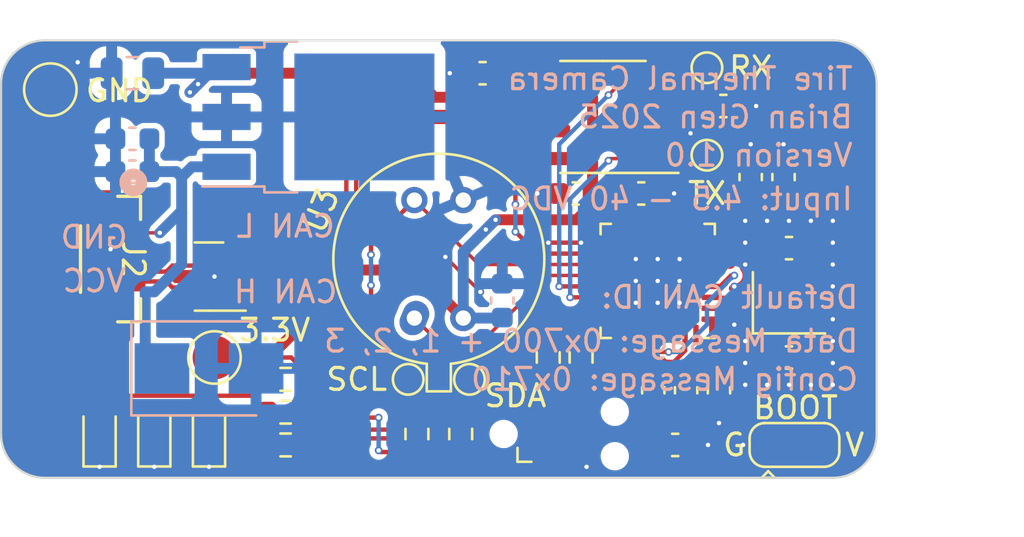
<source format=kicad_pcb>
(kicad_pcb (version 20241229) (generator "pcbnew") (generator_version "9.0")
  (layers (0 "F.Cu" signal) (2 "B.Cu" signal) (13 "F.Paste" user) (15 "B.Paste" user) (5 "F.SilkS" user "F.Silkscreen") (7 "B.SilkS" user "B.Silkscreen") (1 "F.Mask" user) (3 "B.Mask" user) (25 "Edge.Cuts" user))
  (net 0 "")
  (net 1 "+3V3")
  (net 2 "GND")
  (net 3 "/NRST")
  (net 4 "VCC")
  (net 5 "/OSC_IN")
  (net 6 "/OSC_OUT")
  (net 7 "Net-(D2-A)")
  (net 8 "Net-(D3-A)")
  (net 9 "Net-(D4-A)")
  (net 10 "/CAN_N")
  (net 11 "/CAN_P")
  (net 12 "Net-(J1-Pin_4)")
  (net 13 "Net-(J1-Pin_2)")
  (net 15 "/BOOT0")
  (net 16 "/SWDIO")
  (net 17 "/SWCLK")
  (net 18 "/SDA")
  (net 19 "/SCL")
  (net 20 "/CAN_TX")
  (net 21 "/CAN_RX")
  (net 33 "/CAN_STANDBY")
  (net 34 "/LED_STATUS_2")
  (net 35 "/LED_STATUS_1")
  (footprint "Resistor_SMD:R_0603_1608Metric" (layer "F.Cu") (at 143 105.5 180)
    (property "Reference" "R3" (hide yes))
    (property "Value" "1k")
  )
  (footprint "Capacitor_SMD:C_0603_1608Metric" (layer "F.Cu") (at 166 99.5)
    (property "Reference" "C11" (hide yes))
    (property "Value" "12pF")
  )
  (footprint "LED_SMD:LED_0603_1608Metric" (layer "F.Cu") (at 137 108 90)
    (property "Reference" "D3" (hide yes))
    (property "Value" "LED")
  )
  (footprint "Resistor_SMD:R_0603_1608Metric" (layer "F.Cu") (at 155 104.5 90)
    (property "Reference" "R1" (hide yes))
    (property "Value" "22")
  )
  (footprint "Capacitor_SMD:C_0603_1608Metric" (layer "F.Cu") (at 166 104.5)
    (property "Reference" "C9" (hide yes))
    (property "Value" "12pF")
  )
  (footprint "Capacitor_SMD:C_0603_1608Metric" (layer "F.Cu") (at 152 91.5 180)
    (property "Reference" "C15" (hide yes))
    (property "Value" "0.1uF")
  )
  (footprint "Jumper:SolderJumper-3_P1.3mm_Open_RoundedPad1.0x1.5mm" (layer "F.Cu") (at 166.25 108.5)
    (property "Reference" "JP1" (hide yes))
    (property "Value" "Jumper_3_Open")
  )
  (footprint "Capacitor_SMD:C_0603_1608Metric" (layer "F.Cu") (at 161.3 106 -90)
    (property "Reference" "C4" (hide yes))
    (property "Value" "0.1uF")
  )
  (footprint "TestPoint:TestPoint_Pad_D2.0mm" (layer "F.Cu") (at 132.25 92.25)
    (property "Reference" "TP1" (hide yes))
    (property "Value" "GND")
  )
  (footprint "LED_SMD:LED_0603_1608Metric" (layer "F.Cu") (at 139.5 108 90)
    (property "Reference" "D4" (hide yes))
    (property "Value" "LED")
  )
  (footprint "Resistor_SMD:R_0603_1608Metric" (layer "F.Cu") (at 149 108 90)
    (property "Reference" "R7" (hide yes))
    (property "Value" "4.7k")
  )
  (footprint "canbus_tire_temp_sensor:Molex_Zero_Hatchi_2147210040" (layer "F.Cu") (at 135 100 -90)
    (property "Reference" "J2")
    (property "Value" "2147210040")
  )
  (footprint "Capacitor_SMD:C_0603_1608Metric" (layer "F.Cu") (at 156.25 97 180)
    (property "Reference" "C10" (hide yes))
    (property "Value" "10nF")
  )
  (footprint "canbus_tire_temp_sensor:MLX90641" (layer "F.Cu") (at 150 100 67.5)
    (property "Reference" "U3")
    (property "Value" "MLX90641ESF-BCA-000-SP")
  )
  (footprint "Capacitor_SMD:C_0603_1608Metric" (layer "F.Cu") (at 164.25 96.25 90)
    (property "Reference" "C2" (hide yes))
    (property "Value" "4.7uF")
  )
  (footprint "Resistor_SMD:R_0603_1608Metric" (layer "F.Cu") (at 143 108.5 180)
    (property "Reference" "R4" (hide yes))
    (property "Value" "1k")
  )
  (footprint "Crystal:Crystal_SMD_2520-4Pin_2.5x2.0mm" (layer "F.Cu") (at 166 102)
    (property "Reference" "Y1" (hide yes))
    (property "Value" "ECS-160-10-36Q-AES-TR")
  )
  (footprint "Resistor_SMD:R_0603_1608Metric" (layer "F.Cu") (at 151 108 90)
    (property "Reference" "R6" (hide yes))
    (property "Value" "4.7k")
  )
  (footprint "Capacitor_SMD:C_0603_1608Metric" (layer "F.Cu") (at 163 93)
    (property "Reference" "C16" (hide yes))
    (property "Value" "0.1uF")
  )
  (footprint "Package_DFN_QFN:QFN-32-1EP_5x5mm_P0.5mm_EP3.45x3.45mm" (layer "F.Cu") (at 160 101 180)
    (property "Reference" "U2" (hide yes))
    (property "Value" "STM32F042K6Ux")
  )
  (footprint "Connector:Tag-Connect_TC2030-IDC-NL_2x03_P1.27mm_Vertical" (layer "F.Cu") (at 155.5 108)
    (property "Reference" "J1" (hide yes))
    (property "Value" "TC2030")
  )
  (footprint "Package_SO:SOIC-8_3.9x4.9mm_P1.27mm" (layer "F.Cu") (at 157.5 93.5 180)
    (property "Reference" "U4" (hide yes))
    (property "Value" "TCAN3403DRQ1")
  )
  (footprint "Resistor_SMD:R_0603_1608Metric" (layer "F.Cu") (at 156.5 104.5 90)
    (property "Reference" "R2" (hide yes))
    (property "Value" "22")
  )
  (footprint "Package_TO_SOT_SMD:SOT-23" (layer "F.Cu") (at 139.5 100.8 180)
    (property "Reference" "D5" (hide yes))
    (property "Value" "NUP2105L")
  )
  (footprint "TestPoint:TestPoint_Pad_D1.0mm" (layer "F.Cu") (at 162.25 95.25)
    (property "Reference" "TP3" (hide yes))
    (property "Value" "CAN_TX")
  )
  (footprint "TestPoint:TestPoint_Pad_D2.0mm" (layer "F.Cu") (at 139.75 104.5)
    (property "Reference" "TP2" (hide yes))
    (property "Value" "3.3V")
  )
  (footprint "Capacitor_SMD:C_0603_1608Metric" (layer "F.Cu") (at 165.75 96.25 90)
    (property "Reference" "C7" (hide yes))
    (property "Value" "0.1uF")
  )
  (footprint "TestPoint:TestPoint_Pad_D1.0mm" (layer "F.Cu") (at 162.25 91.25)
    (property "Reference" "TP4" (hide yes))
    (property "Value" "CAN_RX")
  )
  (footprint "Resistor_SMD:R_0603_1608Metric" (layer "F.Cu") (at 143 107 180)
    (property "Reference" "R5" (hide yes))
    (property "Value" "1k")
  )
  (footprint "Capacitor_SMD:C_0603_1608Metric" (layer "F.Cu") (at 160.8 108.5)
    (property "Reference" "C3" (hide yes))
    (property "Value" "0.1uF")
  )
  (footprint "LED_SMD:LED_0603_1608Metric" (layer "F.Cu") (at 134.5 108 90)
    (property "Reference" "D2" (hide yes))
    (property "Value" "LED")
  )
  (footprint "Capacitor_SMD:C_0603_1608Metric" (layer "F.Cu") (at 159.25 97)
    (property "Reference" "C12" (hide yes))
    (property "Value" "1uF")
  )
  (footprint "TestPoint:TestPoint_Pad_D1.0mm" (layer "F.Cu") (at 151.4 105.5)
    (property "Reference" "TP5" (hide yes))
    (property "Value" "SDA")
  )
  (footprint "Capacitor_SMD:C_0603_1608Metric" (layer "F.Cu") (at 162.8 106 -90)
    (property "Reference" "C1" (hide yes))
    (property "Value" "4.7uF")
  )
  (footprint "TestPoint:TestPoint_Pad_D1.0mm" (layer "F.Cu") (at 148.6 105.5)
    (property "Reference" "TP6" (hide yes))
    (property "Value" "SCL")
  )
  (footprint "Capacitor_SMD:C_0603_1608Metric" (layer "F.Cu") (at 159.8 106 -90)
    (property "Reference" "C5" (hide yes))
    (property "Value" "0.1uF")
  )
  (footprint "Package_TO_SOT_SMD:TO-252-3_TabPin2" (layer "B.Cu") (at 144.5 93.5)
    (property "Reference" "U1" (hide yes))
    (property "Value" "TLE42744DV33ATMA1")
  )
  (footprint "Capacitor_SMD:C_0805_2012Metric" (layer "B.Cu") (at 136 91.5 180)
    (property "Reference" "C13" (hide yes))
    (property "Value" "22uF")
  )
  (footprint "Diode_SMD:D_SMB" (layer "B.Cu") (at 139.5 105)
    (property "Reference" "D1" (hide yes))
    (property "Value" "SMBJ36CA-13-F")
  )
  (footprint "Capacitor_SMD:C_0603_1608Metric" (layer "B.Cu") (at 136 96)
    (property "Reference" "C6" (hide yes))
    (property "Value" "1uF")
  )
  (footprint "Capacitor_SMD:C_0603_1608Metric" (layer "B.Cu") (at 152.9 101.9 -90)
    (property "Reference" "C14" (hide yes))
    (property "Value" "0.1uF")
  )
  (footprint "Capacitor_SMD:C_0603_1608Metric" (layer "B.Cu") (at 136 94.5)
    (property "Reference" "C8" (hide yes))
    (property "Value" "0.1uF")
  )
  (gr_arc (start 170 108) (mid 169.414214 109.414214) (end 168 110) (stroke (width 0.1)) (layer "Edge.Cuts"))
  (gr_line (start 168 110) (end 132 110) (stroke (width 0.1)) (layer "Edge.Cuts"))
  (gr_arc (start 168 90) (mid 169.414214 90.585786) (end 170 92) (stroke (width 0.1)) (layer "Edge.Cuts"))
  (gr_line (start 132 90) (end 168 90) (stroke (width 0.1)) (layer "Edge.Cuts"))
  (gr_line (start 170 92) (end 170 108) (stroke (width 0.1)) (layer "Edge.Cuts"))
  (gr_line (start 130 108) (end 130 92) (stroke (width 0.1)) (layer "Edge.Cuts"))
  (gr_arc (start 132 110) (mid 130.585786 109.414214) (end 130 108) (stroke (width 0.1)) (layer "Edge.Cuts"))
  (gr_arc (start 130 92) (mid 130.585786 90.585786) (end 132 90) (stroke (width 0.1)) (layer "Edge.Cuts"))
  (gr_text "RX" (at 164.25 91.25 0) (layer "F.SilkS") (effects (font (size 1 1))))
  (gr_text "BOOT" (at 166.3 106.8 0) (layer "F.SilkS") (effects (font (size 1 1))))
  (gr_text "SDA" (at 153.5 106.25 0) (layer "F.SilkS") (effects (font (size 1 1))))
  (gr_text "TX" (at 162.25 97 0) (layer "F.SilkS") (effects (font (size 1 1))))
  (gr_text "3.3V" (at 142.5 103.25 0) (layer "F.SilkS") (effects (font (size 1 1))))
  (gr_text "GND" (at 135.4 92.3 0) (layer "F.SilkS") (effects (font (size 1 1))))
  (gr_text "V" (at 169 108.5 0) (layer "F.SilkS") (effects (font (size 1 1))))
  (gr_text "SCL" (at 146.25 105.5 0) (layer "F.SilkS") (effects (font (size 1 1))))
  (gr_text "G" (at 163.5 108.5 0) (layer "F.SilkS") (effects (font (size 1 1))))
  (gr_text "Tire Thermal Camera" (at 169 91.75 0) (layer "B.SilkS") (effects (font (size 1 1)) (justify left mirror)))
  (gr_text "CAN L" (at 143 98.5 0) (layer "B.SilkS") (effects (font (size 1 1)) (justify mirror)))
  (gr_text "CAN H" (at 143 101.5 0) (layer "B.SilkS") (effects (font (size 1 1)) (justify mirror)))
  (gr_text "Config Message: 0x710" (at 169.25 105.5 0) (layer "B.SilkS") (effects (font (size 1 1)) (justify left mirror)))
  (gr_text "Input: 4.5 - 40 VDC" (at 169 97.25 0) (layer "B.SilkS") (effects (font (size 1 1)) (justify left mirror)))
  (gr_text "Data Message: 0x700 + 1, 2, 3" (at 169.25 103.75 0) (layer "B.SilkS") (effects (font (size 1 1)) (justify left mirror)))
  (gr_text "VCC" (at 134.25 101 0) (layer "B.SilkS") (effects (font (size 1 1)) (justify mirror)))
  (gr_text "Default CAN ID:" (at 169.25 101.75 0) (layer "B.SilkS") (effects (font (size 1 1)) (justify left mirror)))
  (gr_text "GND" (at 134.25 99 -0) (layer "B.SilkS") (effects (font (size 1 1)) (justify mirror)))
  (gr_text "Version 1.0" (at 169 95.25 0) (layer "B.SilkS") (effects (font (size 1 1)) (justify left mirror)))
  (gr_text "Brian Glen 2025" (at 169 93.5 0) (layer "B.SilkS") (effects (font (size 1 1)) (justify left mirror)))
  (segment (start 148.7 91.5) (end 139.5 91.5) (width 0.5) (layer "F.Cu") (net 1))
  (segment (start 157.025 94.475) (end 157.025 97) (width 0.5) (layer "F.Cu") (net 1))
  (segment (start 156.296051 98.203949) (end 157.025 97.475) (width 0.5) (layer "F.Cu") (net 1))
  (segment (start 162.4375 100.75) (end 162.75 100.75) (width 0.2) (layer "F.Cu") (net 1))
  (segment (start 162.225 93) (end 162.3 93) (width 0.5) (layer "F.Cu") (net 1))
  (segment (start 162.6 102.9125) (end 162.59375 102.90625) (width 0.5) (layer "F.Cu") (net 1))
  (segment (start 162.75 100.75) (end 163.3 100.2) (width 0.2) (layer "F.Cu") (net 1))
  (segment (start 143.25 104.5) (end 142.25 104.5) (width 0.2) (layer "F.Cu") (net 1))
  (segment (start 162.8 105.225) (end 162.8 105.479178) (width 0.5) (layer "F.Cu") (net 1))
  (segment (start 157.5625 98.0625) (end 157.5625 99.1) (width 0.5) (layer "F.Cu") (net 1))
  (segment (start 165.75 97.025) (end 166.875 97.025) (width 0.5) (layer "F.Cu") (net 1))
  (segment (start 152.775 91.5) (end 151.675 92.6) (width 0.5) (layer "F.Cu") (net 1))
  (segment (start 166.5 94.1) (end 167.2 94.8) (width 0.5) (layer "F.Cu") (net 1))
  (segment (start 161.3 105.225) (end 159.8 105.225) (width 0.5) (layer "F.Cu") (net 1))
  (segment (start 167.2 94.8) (end 168.9 96.5) (width 0.5) (layer "F.Cu") (net 1))
  (segment (start 168.9 107.15) (end 167.55 108.5) (width 0.5) (layer "F.Cu") (net 1))
  (segment (start 152.592102 98.203949) (end 156.296051 98.203949) (width 0.5) (layer "F.Cu") (net 1))
  (segment (start 159.975 92.865) (end 158.635 92.865) (width 0.5) (layer "F.Cu") (net 1))
  (segment (start 162.8 105.479178) (end 164 106.679178) (width 0.5) (layer "F.Cu") (net 1))
  (segment (start 157.025 94.475) (end 157.025 92.620001) (width 0.5) (layer "F.Cu") (net 1))
  (segment (start 166.555 106.75) (end 167.55 107.745) (width 0.5) (layer "F.Cu") (net 1))
  (segment (start 143.825 105.075) (end 143.25 104.5) (width 0.2) (layer "F.Cu") (net 1))
  (segment (start 167.55 107.745) (end 167.55 108.5) (width 0.5) (layer "F.Cu") (net 1))
  (segment (start 163.4 94.1) (end 166.5 94.1) (width 0.5) (layer "F.Cu") (net 1))
  (segment (start 162.09 92.865) (end 162.225 93) (width 0.5) (layer "F.Cu") (net 1))
  (segment (start 157.025 97.475) (end 157.025 97) (width 0.5) (layer "F.Cu") (net 1))
  (segment (start 139.75 104.5) (end 142.25 104.5) (width 0.5) (layer "F.Cu") (net 1))
  (segment (start 163.3 97.7) (end 163.975 97.025) (width 0.5) (layer "F.Cu") (net 1))
  (segment (start 139.5 91.5) (end 138.625 92.375) (width 0.5) (layer "F.Cu") (net 1))
  (segment (start 167.3 96.6) (end 167.3 94.9) (width 0.5) (layer "F.Cu") (net 1))
  (segment (start 162.8 105.225) (end 162.6 105.025) (width 0.5) (layer "F.Cu") (net 1))
  (segment (start 143.825 105.575) (end 143.825 105.5) (width 0.2) (layer "F.Cu") (net 1))
  (segment (start 158.635 92.865) (end 157.025 94.475) (width 0.5) (layer "F.Cu") (net 1))
  (segment (start 149 108.825) (end 147.325 108.825) (width 0.2) (layer "F.Cu") (net 1))
  (segment (start 164 106.679178) (end 164 106.75) (width 0.5) (layer "F.Cu") (net 1))
  (segment (start 162.3 93) (end 163.4 94.1) (width 0.5) (layer "F.Cu") (net 1))
  (segment (start 163.3 100.2) (end 163.3 97.7) (width 0.5) (layer "F.Cu") (net 1))
  (segment (start 154.23 108.635) (end 154.04 108.825) (width 0.2) (layer "F.Cu") (net 1))
  (segment (start 155.025 91.595) (end 152.87 91.595) (width 0.5) (layer "F.Cu") (net 1))
  (segment (start 157.025 97.475) (end 157.025 97.525) (width 0.5) (layer "F.Cu") (net 1))
  (segment (start 164 106.75) (end 166.555 106.75) (width 0.5) (layer "F.Cu") (net 1))
  (segment (start 168.9 96.5) (end 168.9 107.15) (width 0.5) (layer "F.Cu") (net 1))
  (segment (start 151.675 92.6) (end 149.8 92.6) (width 0.5) (layer "F.Cu") (net 1))
  (segment (start 162.6 105.025) (end 162.6 102.9125) (width 0.5) (layer "F.Cu") (net 1))
  (segment (start 155.999999 91.595) (end 155.025 91.595) (width 0.5) (layer "F.Cu") (net 1))
  (segment (start 147.25 107.25) (end 146.25 107.25) (width 0.2) (layer "F.Cu") (net 1))
  (segment (start 163.975 97.025) (end 164.25 97.025) (width 0.5) (layer "F.Cu") (net 1))
  (segment (start 149.8 92.6) (end 148.7 91.5) (width 0.5) (layer "F.Cu") (net 1))
  (segment (start 152.148025 98.648025) (end 152.592102 98.203949) (width 0.5) (layer "F.Cu") (net 1))
  (segment (start 162.8 105.225) (end 161.3 105.225) (width 0.5) (layer "F.Cu") (net 1))
  (segment (start 157.025 97.525) (end 157.5625 98.0625) (width 0.5) (layer "F.Cu") (net 1))
  (segment (start 147.325 108.825) (end 147.25 108.75) (width 0.2) (layer "F.Cu") (net 1))
  (segment (start 159.975 92.865) (end 162.09 92.865) (width 0.5) (layer "F.Cu") (net 1))
  (segment (start 143.825 105.5) (end 143.825 105.075) (width 0.2) (layer "F.Cu") (net 1))
  (segment (start 162.4375 102.75) (end 162.75 103.0625) (width 0.2) (layer "F.Cu") (net 1))
  (segment (start 157.5625 99.25) (end 157.5625 99.1) (width 0.2) (layer "F.Cu") (net 1))
  (segment (start 142.25 104.5) (end 146.25 100.5) (width 0.5) (layer "F.Cu") (net 1))
  (segment (start 146.25 107.25) (end 144.5 105.5) (width 0.2) (layer "F.Cu") (net 1))
  (segment (start 164.25 97.025) (end 165.75 97.025) (width 0.5) (layer "F.Cu") (net 1))
  (segment (start 157.025 97) (end 158.475 97) (width 0.2) (layer "F.Cu") (net 1))
  (segment (start 167.3 94.9) (end 167.2 94.8) (width 0.5) (layer "F.Cu") (net 1))
  (segment (start 154.04 108.825) (end 151 108.825) (width 0.2) (layer "F.Cu") (net 1))
  (segment (start 144.5 105.5) (end 143.825 105.5) (width 0.2) (layer "F.Cu") (net 1))
  (segment (start 146.25 100.5) (end 148.919708 100.5) (width 0.5) (layer "F.Cu") (net 1))
  (segment (start 151 108.825) (end 149 108.825) (width 0.2) (layer "F.Cu") (net 1))
  (segment (start 148.919708 100.5) (end 151.117436 102.697728) (width 0.5) (layer "F.Cu") (net 1))
  (segment (start 157.025 92.620001) (end 155.999999 91.595) (width 0.5) (layer "F.Cu") (net 1))
  (segment (start 152.87 91.595) (end 152.775 91.5) (width 0.5) (layer "F.Cu") (net 1))
  (segment (start 166.875 97.025) (end 167.3 96.6) (width 0.5) (layer "F.Cu") (net 1))
  (via (at 152.592102 98.203949) (size 0.35) (drill 0.2) (layers "F.Cu" "B.Cu") (net 1))
  (via (at 147.25 107.25) (size 0.35) (drill 0.2) (layers "F.Cu" "B.Cu") (net 1))
  (via (at 147.25 108.75) (size 0.35) (drill 0.2) (layers "F.Cu" "B.Cu") (net 1))
  (via (at 139 92) (size 0.35) (drill 0.2) (layers "F.Cu" "B.Cu") (net 1))
  (via (at 152.148025 98.648025) (size 0.35) (drill 0.2) (layers "F.Cu" "B.Cu") (net 1))
  (via (at 138.625 92.375) (size 0.35) (drill 0.2) (layers "F.Cu" "B.Cu") (net 1))
  (segment (start 136.95 91.5) (end 140.02 91.5) (width 0.5) (layer "B.Cu") (net 1))
  (segment (start 147.25 108.75) (end 147.25 107.25) (width 0.2) (layer "B.Cu") (net 1))
  (segment (start 151.117436 99.678615) (end 152.592102 98.203949) (width 0.5) (layer "B.Cu") (net 1))
  (segment (start 139 92) (end 139.78 91.22) (width 0.5) (layer "B.Cu") (net 1))
  (segment (start 151.117436 102.697728) (end 152.877272 102.697728) (width 0.5) (layer "B.Cu") (net 1))
  (segment (start 140.02 91.5) (end 140.3 91.22) (width 0.5) (layer "B.Cu") (net 1))
  (segment (start 151.117436 102.697728) (end 151.117436 99.678615) (width 0.5) (layer "B.Cu") (net 1))
  (segment (start 139.78 91.22) (end 140.3 91.22) (width 0.5) (layer "B.Cu") (net 1))
  (segment (start 152.877272 102.697728) (end 152.9 102.675) (width 0.5) (layer "B.Cu") (net 1))
  (segment (start 138.625 92.375) (end 139 92) (width 0.5) (layer "B.Cu") (net 1))
  (segment (start 161.3 108.225) (end 161.575 108.5) (width 0.2) (layer "F.Cu") (net 2))
  (segment (start 155 99.25) (end 156.5 99.25) (width 0.2) (layer "F.Cu") (net 2))
  (segment (start 137 108.7875) (end 137 109.5) (width 0.2) (layer "F.Cu") (net 2))
  (segment (start 159.975 94.135) (end 161.385 94.135) (width 0.16) (layer "F.Cu") (net 2))
  (segment (start 164.25 104.5) (end 164 104.75) (width 0.2) (layer "F.Cu") (net 2))
  (segment (start 150.3 99.9) (end 151.9 101.5) (width 0.16) (layer "F.Cu") (net 2))
  (segment (start 161.3 106.775) (end 162.8 106.775) (width 0.2) (layer "F.Cu") (net 2))
  (segment (start 166.775 99.5) (end 167.75 99.5) (width 0.2) (layer "F.Cu") (net 2))
  (segment (start 136.0446 99.600001) (end 135.050001 99.600001) (width 0.16) (layer "F.Cu") (net 2))
  (segment (start 164.95 108.5) (end 163.9 108.5) (width 0.2) (layer "F.Cu") (net 2))
  (segment (start 164 101) (end 164.3 101.3) (width 0.2) (layer "F.Cu") (net 2))
  (segment (start 161.385 94.135) (end 161.5 94.25) (width 0.16) (layer "F.Cu") (net 2))
  (segment (start 151.225 91.5) (end 150.5 91.5) (width 0.2) (layer "F.Cu") (net 2))
  (segment (start 164.25 95.475) (end 164.25 94.75) (width 0.16) (layer "F.Cu") (net 2))
  (segment (start 138.562499 100.8) (end 139.75 100.8) (width 0.16) (layer "F.Cu") (net 2))
  (segment (start 132.25 92.25) (end 133.5 91) (width 0.2) (layer "F.Cu") (net 2))
  (segment (start 161.775 108.5) (end 162.3 108.5) (width 0.2) (layer "F.Cu") (net 2))
  (segment (start 134.5 109.5) (end 134.5 108.7875) (width 0.2) (layer "F.Cu") (net 2))
  (segment (start 162.8 106.775) (end 162.8 107.5) (width 0.2) (layer "F.Cu") (net 2))
  (segment (start 164 100.25) (end 164 101) (width 0.2) (layer "F.Cu") (net 2))
  (segment (start 139.5 108.7875) (end 139.5 109.5) (width 0.2) (layer "F.Cu") (net 2))
  (segment (start 160.025 97) (end 160.75 97) (width 0.2) (layer "F.Cu") (net 2))
  (segment (start 156.77 108.635) (end 156.77 109.48) (width 0.16) (layer "F.Cu") (net 2))
  (segment (start 159.8 106.775) (end 161.3 106.775) (width 0.2) (layer "F.Cu") (net 2))
  (segment (start 165.225 104.5) (end 164.25 104.5) (width 0.2) (layer "F.Cu") (net 2))
  (segment (start 165.75 95.475) (end 165.75 94.75) (width 0.16) (layer "F.Cu") (net 2))
  (segment (start 156.77 109.48) (end 156.75 109.5) (width 0.16) (layer "F.Cu") (net 2))
  (segment (start 166.925 102.75) (end 166.875 102.7) (width 0.2) (layer "F.Cu") (net 2))
  (segment (start 164.3 101.3) (end 165.125 101.3) (width 0.2) (layer "F.Cu") (net 2))
  (segment (start 168 102.75) (end 166.925 102.75) (width 0.2) (layer "F.Cu") (net 2))
  (segment (start 167.75 99.5) (end 168 99.25) (width 0.2) (layer "F.Cu") (net 2))
  (segment (start 155.475 97) (end 154.5 97) (width 0.2) (layer "F.Cu") (net 2))
  (segment (start 163.775 93) (end 164.5 93) (width 0.16) (layer "F.Cu") (net 2))
  (via (at 163.5 103) (size 0.35) (drill 0.2) (layers "F.Cu" "B.Cu") (net 2))
  (via (at 165 98.25) (size 0.35) (drill 0.2) (layers "F.Cu" "B.Cu") (net 2))
  (via (at 168 102.75) (size 0.35) (drill 0.2) (layers "F.Cu" "B.Cu") (net 2))
  (via (at 168 104.75) (size 0.35) (drill 0.2) (layers "F.Cu" "B.Cu") (net 2))
  (via (at 163.9 108.5) (size 0.35) (drill 0.2) (layers "F.Cu" "B.Cu") (net 2))
  (via (at 164 105.75) (size 0.35) (drill 0.2) (layers "F.Cu" "B.Cu") (net 2))
  (via (at 162.3 108.5) (size 0.35) (drill 0.2) (layers "F.Cu" "B.Cu") (net 2))
  (via (at 161 100) (size 0.35) (drill 0.2) (layers "F.Cu" "B.Cu") (net 2))
  (via (at 159 102) (size 0.35) (drill 0.2) (layers "F.Cu" "B.Cu") (net 2))
  (via (at 168 100.25) (size 0.35) (drill 0.2) (layers "F.Cu" "B.Cu") (net 2))
  (via (at 164 103.75) (size 0.35) (drill 0.2) (layers "F.Cu" "B.Cu") (net 2))
  (via (at 163.5 101.25) (size 0.35) (drill 0.2) (layers "F.Cu" "B.Cu") (net 2))
  (via (at 150.5 91.5) (size 0.35) (drill 0.2) (layers "F.Cu" "B.Cu") (net 2))
  (via (at 137 109.5) (size 0.35) (drill 0.2) (layers "F.Cu" "B.Cu") (net 2))
  (via (at 164.5 93) (size 0.35) (drill 0.2) (layers "F.Cu" "B.Cu") (net 2))
  (via (at 134.5 109.5) (size 0.35) (drill 0.2) (layers "F.Cu" "B.Cu") (net 2))
  (via (at 165.75 94.75) (size 0.35) (drill 0.2) (layers "F.Cu" "B.Cu") (net 2))
  (via (at 167 105.75) (size 0.35) (drill 0.2) (layers "F.Cu" "B.Cu") (net 2))
  (via (at 139.75 100.8) (size 0.35) (drill 0.2) (layers "F.Cu" "B.Cu") (net 2))
  (via (at 160.75 97) (size 0.35) (drill 0.2) (layers "F.Cu" "B.Cu") (net 2))
  (via (at 164 99.25) (size 0.35) (drill 0.2) (layers "F.Cu" "B.Cu") (net 2))
  (via (at 164.25 94.75) (size 0.35) (drill 0.2) (layers "F.Cu" "B.Cu") (net 2))
  (via (at 160 100) (size 0.35) (drill 0.2) (layers "F.Cu" "B.Cu") (net 2))
  (via (at 168 101.25) (size 0.35) (drill 0.2) (layers "F.Cu" "B.Cu") (net 2))
  (via (at 150.3 99.9) (size 0.35) (drill 0.2) (layers "F.Cu" "B.Cu") (net 2))
  (via (at 166 105.75) (size 0.35) (drill 0.2) (layers "F.Cu" "B.Cu") (net 2))
  (via (at 159 101) (size 0.35) (drill 0.2) (layers "F.Cu" "B.Cu") (net 2))
  (via (at 156.5 99.25) (size 0.35) (drill 0.2) (layers "F.Cu" "B.Cu") (net 2))
  (via (at 160 102) (size 0.35) (drill 0.2) (layers "F.Cu" "B.Cu") (net 2))
  (via (at 160 101) (size 0.35) (drill 0.2) (layers "F.Cu" "B.Cu") (net 2))
  (via (at 156.75 109.5) (size 0.35) (drill 0.2) (layers "F.Cu" "B.Cu") (net 2))
  (via (at 161 102) (size 0.35) (drill 0.2) (layers "F.Cu" "B.Cu") (net 2))
  (via (at 164 104.75) (size 0.35) (drill 0.2) (layers "F.Cu" "B.Cu") (net 2))
  (via (at 168 98.25) (size 0.35) (drill 0.2) (layers "F.Cu" "B.Cu") (net 2))
  (via (at 161 101) (size 0.35) (drill 0.2) (layers "F.Cu" "B.Cu") (net 2))
  (via (at 133.5 91) (size 0.35) (drill 0.2) (layers "F.Cu" "B.Cu") (net 2))
  (via (at 168 103.75) (size 0.35) (drill 0.2) (layers "F.Cu" "B.Cu") (net 2))
  (via (at 139.5 109.5) (size 0.35) (drill 0.2) (layers "F.Cu" "B.Cu") (net 2))
  (via (at 151.9 101.5) (size 0.35) (drill 0.2) (layers "F.Cu" "B.Cu") (net 2))
  (via (at 135 99.55) (size 0.35) (drill 0.2) (layers "F.Cu" "B.Cu") (net 2))
  (via (at 165 105.75) (size 0.35) (drill 0.2) (layers "F.Cu" "B.Cu") (net 2))
  (via (at 168 99.25) (size 0.35) (drill 0.2) (layers "F.Cu" "B.Cu") (net 2))
  (via (at 159 100) (size 0.35) (drill 0.2) (layers "F.Cu" "B.Cu") (net 2))
  (via (at 166 98.25) (size 0.35) (drill 0.2) (layers "F.Cu" "B.Cu") (net 2))
  (via (at 161.5 94.25) (size 0.35) (drill 0.2) (layers "F.Cu" "B.Cu") (net 2))
  (via (at 162.8 107.5) (size 0.35) (drill 0.2) (layers "F.Cu" "B.Cu") (net 2))
  (via (at 167 98.25) (size 0.35) (drill 0.2) (layers "F.Cu" "B.Cu") (net 2))
  (via (at 154.5 97) (size 0.35) (drill 0.2) (layers "F.Cu" "B.Cu") (net 2))
  (via (at 155 99.25) (size 0.35) (drill 0.2) (layers "F.Cu" "B.Cu") (net 2))
  (via (at 164 98.25) (size 0.35) (drill 0.2) (layers "F.Cu" "B.Cu") (net 2))
  (via (at 164 100.25) (size 0.35) (drill 0.2) (layers "F.Cu" "B.Cu") (net 2))
  (via (at 168 105.75) (size 0.35) (drill 0.2) (layers "F.Cu" "B.Cu") (net 2))
  (segment (start 159 104.25) (end 157.25 106) (width 0.2) (layer "F.Cu") (net 3))
  (segment (start 160.5 104.25) (end 159 104.25) (width 0.2) (layer "F.Cu") (net 3))
  (segment (start 162.85 101.25) (end 163.35 100.75) (width 0.2) (layer "F.Cu") (net 3))
  (segment (start 159.25 108) (end 159.725 108) (width 0.2) (layer "F.Cu") (net 3))
  (segment (start 162.4375 101.25) (end 162.85 101.25) (width 0.2) (layer "F.Cu") (net 3))
  (segment (start 156.135 108) (end 159.25 108) (width 0.2) (layer "F.Cu") (net 3))
  (segment (start 163.35 100.75) (end 163.5 100.75) (width 0.2) (layer "F.Cu") (net 3))
  (segment (start 160.025 108.3) (end 160.025 108.5) (width 0.2) (layer "F.Cu") (net 3))
  (segment (start 155.5 108.635) (end 156.135 108) (width 0.2) (layer "F.Cu") (net 3))
  (segment (start 157.25 106) (end 156.75 106) (width 0.2) (layer "F.Cu") (net 3))
  (segment (start 156.135 106.615) (end 156.135 108) (width 0.2) (layer "F.Cu") (net 3))
  (segment (start 156.75 106) (end 156.135 106.615) (width 0.2) (layer "F.Cu") (net 3))
  (segment (start 159.725 108) (end 160.025 108.3) (width 0.2) (layer "F.Cu") (net 3))
  (via (at 160.5 104.25) (size 0.35) (drill 0.2) (layers "F.Cu" "B.Cu") (net 3))
  (via (at 163.5 100.75) (size 0.35) (drill 0.2) (layers "F.Cu" "B.Cu") (net 3))
  (segment (start 163.344255 100.874) (end 163.376 100.874) (width 0.2) (layer "B.Cu") (net 3))
  (segment (start 163.376 100.874) (end 163.5 100.75) (width 0.2) (layer "B.Cu") (net 3))
  (segment (start 160.5 104.25) (end 161 104.25) (width 0.2) (layer "B.Cu") (net 3))
  (segment (start 163.124 101.126) (end 163.124 101.094255) (width 0.2) (layer "B.Cu") (net 3))
  (segment (start 161 104.25) (end 162.25 103) (width 0.2) (layer "B.Cu") (net 3))
  (segment (start 162.25 103) (end 162.25 102) (width 0.2) (layer "B.Cu") (net 3))
  (segment (start 162.25 102) (end 163.124 101.126) (width 0.2) (layer "B.Cu") (net 3))
  (segment (start 163.124 101.094255) (end 163.344255 100.874) (width 0.2) (layer "B.Cu") (net 3))
  (segment (start 136.0446 98.8) (end 137.25 98.8) (width 0.16) (layer "F.Cu") (net 4))
  (via (at 137.25 98.8) (size 0.35) (drill 0.2) (layers "F.Cu" "B.Cu") (net 4))
  (segment (start 136.585 101.5) (end 136.585 104.235) (width 0.5) (layer "B.Cu") (net 4))
  (segment (start 136.585 101.5) (end 137 101.5) (width 0.5) (layer "B.Cu") (net 4))
  (segment (start 136.585 104.235) (end 137.35 105) (width 0.5) (layer "B.Cu") (net 4))
  (segment (start 138 96) (end 138.25 96.25) (width 0.5) (layer "B.Cu") (net 4))
  (segment (start 138.25 96.25) (end 138.72 95.78) (width 0.5) (layer "B.Cu") (net 4))
  (segment (start 138.15 97.9) (end 137.25 98.8) (width 0.5) (layer "B.Cu") (net 4))
  (segment (start 138.25 100.25) (end 138.25 97.9) (width 0.5) (layer "B.Cu") (net 4))
  (segment (start 138.25 97.9) (end 138.25 96.25) (width 0.5) (layer "B.Cu") (net 4))
  (segment (start 137 101.5) (end 138.25 100.25) (width 0.5) (layer "B.Cu") (net 4))
  (segment (start 138.72 95.78) (end 140.3 95.78) (width 0.5) (layer "B.Cu") (net 4))
  (segment (start 136.775 94.5) (end 136.775 96) (width 0.5) (layer "B.Cu") (net 4))
  (segment (start 138.25 97.9) (end 138.15 97.9) (width 0.5) (layer "B.Cu") (net 4))
  (segment (start 136.775 96) (end 138 96) (width 0.5) (layer "B.Cu") (net 4))
  (segment (start 165.125 102.7) (end 165.125 102.85) (width 0.16) (layer "F.Cu") (net 5))
  (segment (start 164.2 102.5) (end 164.925 102.5) (width 0.16) (layer "F.Cu") (net 5))
  (segment (start 165.125 102.85) (end 166.775 104.5) (width 0.16) (layer "F.Cu") (net 5))
  (segment (start 163.95 102.25) (end 164.2 102.5) (width 0.16) (layer "F.Cu") (net 5))
  (segment (start 164.925 102.5) (end 165.125 102.7) (width 0.16) (layer "F.Cu") (net 5))
  (segment (start 162.4375 102.25) (end 163.95 102.25) (width 0.16) (layer "F.Cu") (net 5))
  (segment (start 166.156 102.019) (end 164.419 102.019) (width 0.16) (layer "F.Cu") (net 6))
  (segment (start 165.225 99.65) (end 166.875 101.3) (width 0.2) (layer "F.Cu") (net 6))
  (segment (start 166.875 101.3) (end 166.156 102.019) (width 0.16) (layer "F.Cu") (net 6))
  (segment (start 165.225 99.5) (end 165.225 99.65) (width 0.2) (layer "F.Cu") (net 6))
  (segment (start 164.419 102.019) (end 164.15 101.75) (width 0.16) (layer "F.Cu") (net 6))
  (segment (start 164.15 101.75) (end 162.4375 101.75) (width 0.16) (layer "F.Cu") (net 6))
  (segment (start 141.425 106.25) (end 135.4625 106.25) (width 0.2) (layer "F.Cu") (net 7))
  (segment (start 142.175 105.5) (end 141.425 106.25) (width 0.2) (layer "F.Cu") (net 7))
  (segment (start 135.4625 106.25) (end 134.5 107.2125) (width 0.2) (layer "F.Cu") (net 7))
  (segment (start 137.75 108) (end 141.675 108) (width 0.2) (layer "F.Cu") (net 8))
  (segment (start 137 107.25) (end 137.75 108) (width 0.2) (layer "F.Cu") (net 8))
  (segment (start 137 107.2125) (end 137 107.25) (width 0.2) (layer "F.Cu") (net 8))
  (segment (start 141.675 108) (end 142.175 108.5) (width 0.2) (layer "F.Cu") (net 8))
  (segment (start 141.9625 107.2125) (end 142.175 107) (width 0.2) (layer "F.Cu") (net 9))
  (segment (start 139.5 107.2125) (end 141.9625 107.2125) (width 0.2) (layer "F.Cu") (net 9))
  (segment (start 136.219601 100.575) (end 137.549453 100.575) (width 0.2) (layer "F.Cu") (net 10))
  (segment (start 145.775 98.656802) (end 143.856802 100.575) (width 0.2) (layer "F.Cu") (net 10))
  (segment (start 137.549453 100.575) (end 137.825453 100.299) (width 0.2) (layer "F.Cu") (net 10))
  (segment (start 142.268751 100.575) (end 141.543751 99.85) (width 0.2) (layer "F.Cu") (net 10))
  (segment (start 153.152499 93.275) (end 148.156802 93.275) (width 0.2) (layer "F.Cu") (net 10))
  (segment (start 143.856802 100.575) (end 142.268751 100.575) (width 0.2) (layer "F.Cu") (net 10))
  (segment (start 137.825453 100.299) (end 138.882249 100.299) (width 0.2) (layer "F.Cu") (net 10))
  (segment (start 145.775 95.656802) (end 145.775 98.656802) (width 0.2) (layer "F.Cu") (net 10))
  (segment (start 136.0446 100.399999) (end 136.219601 100.575) (width 0.2) (layer "F.Cu") (net 10))
  (segment (start 141.543751 99.85) (end 140.4375 99.85) (width 0.2) (layer "F.Cu") (net 10))
  (segment (start 138.882249 100.299) (end 139.331249 99.85) (width 0.2) (layer "F.Cu") (net 10))
  (segment (start 153.562499 92.865) (end 153.152499 93.275) (width 0.2) (layer "F.Cu") (net 10))
  (segment (start 148.156802 93.275) (end 145.775 95.656802) (width 0.2) (layer "F.Cu") (net 10))
  (segment (start 139.331249 99.85) (end 140.4375 99.85) (width 0.2) (layer "F.Cu") (net 10))
  (segment (start 155.025 92.865) (end 153.562499 92.865) (width 0.2) (layer "F.Cu") (net 10))
  (segment (start 136.2196 101.025) (end 137.549453 101.025) (width 0.2) (layer "F.Cu") (net 11))
  (segment (start 137.825453 101.301) (end 138.882249 101.301) (width 0.2) (layer "F.Cu") (net 11))
  (segment (start 142.268751 101.025) (end 141.543751 101.75) (width 0.2) (layer "F.Cu") (net 11))
  (segment (start 139.331249 101.75) (end 140.4375 101.75) (width 0.2) (layer "F.Cu") (net 11))
  (segment (start 141.543751 101.75) (end 140.4375 101.75) (width 0.2) (layer "F.Cu") (net 11))
  (segment (start 138.882249 101.301) (end 139.331249 101.75) (width 0.2) (layer "F.Cu") (net 11))
  (segment (start 153.152499 93.725) (end 148.343198 93.725) (width 0.2) (layer "F.Cu") (net 11))
  (segment (start 155.025 94.135) (end 153.562499 94.135) (width 0.2) (layer "F.Cu") (net 11))
  (segment (start 144.043198 101.025) (end 142.268751 101.025) (width 0.2) (layer "F.Cu") (net 11))
  (segment (start 153.562499 94.135) (end 153.152499 93.725) (width 0.2) (layer "F.Cu") (net 11))
  (segment (start 137.549453 101.025) (end 137.825453 101.301) (width 0.2) (layer "F.Cu") (net 11))
  (segment (start 146.225 95.843198) (end 146.225 98.843198) (width 0.2) (layer "F.Cu") (net 11))
  (segment (start 146.225 98.843198) (end 144.043198 101.025) (width 0.2) (layer "F.Cu") (net 11))
  (segment (start 148.343198 93.725) (end 146.225 95.843198) (width 0.2) (layer "F.Cu") (net 11))
  (segment (start 136.0446 101.2) (end 136.2196 101.025) (width 0.2) (layer "F.Cu") (net 11))
  (segment (start 155.5 106.5) (end 156.5 105.5) (width 0.16) (layer "F.Cu") (net 12))
  (segment (start 155.5 107.365) (end 155.5 106.5) (width 0.16) (layer "F.Cu") (net 12))
  (segment (start 156.5 105.5) (end 156.5 105.325) (width 0.16) (layer "F.Cu") (net 12))
  (segment (start 154.23 107.365) (end 155 106.595) (width 0.16) (layer "F.Cu") (net 13))
  (segment (start 155 106.595) (end 155 105.325) (width 0.16) (layer "F.Cu") (net 13))
  (segment (start 162.5 108) (end 163.5 108) (width 0.2) (layer "F.Cu") (net 15))
  (segment (start 161.25 103.75) (end 161.25 103.4375) (width 0.2) (layer "F.Cu") (net 15))
  (segment (start 166.25 107.75) (end 166.25 108.5) (width 0.2) (layer "F.Cu") (net 15))
  (segment (start 163.5 108) (end 164.1 107.4) (width 0.2) (layer "F.Cu") (net 15))
  (segment (start 164.1 107.4) (end 165.9 107.4) (width 0.2) (layer "F.Cu") (net 15))
  (segment (start 162.1 107.6) (end 162.5 108) (width 0.2) (layer "F.Cu") (net 15))
  (segment (start 161.25 104.19131) (end 160.74131 104.7) (width 0.2) (layer "F.Cu") (net 15))
  (segment (start 165.9 107.4) (end 166.25 107.75) (width 0.2) (layer "F.Cu") (net 15))
  (segment (start 160.74131 104.7) (end 160.35869 104.7) (width 0.2) (layer "F.Cu") (net 15))
  (segment (start 159.3 107.6) (end 162.1 107.6) (width 0.2) (layer "F.Cu") (net 15))
  (segment (start 159 104.9) (end 159 107.3) (width 0.2) (layer "F.Cu") (net 15))
  (segment (start 160.35869 104.7) (end 160.23269 104.574) (width 0.2) (layer "F.Cu") (net 15))
  (segment (start 159 107.3) (end 159.3 107.6) (width 0.2) (layer "F.Cu") (net 15))
  (segment (start 161.25 103.4375) (end 161.25 104.19131) (width 0.2) (layer "F.Cu") (net 15))
  (segment (start 160.23269 104.574) (end 159.326 104.574) (width 0.2) (layer "F.Cu") (net 15))
  (segment (start 159.326 104.574) (end 159 104.9) (width 0.2) (layer "F.Cu") (net 15))
  (segment (start 155 103) (end 155 103.675) (width 0.16) (layer "F.Cu") (net 16))
  (segment (start 155.75 102.25) (end 155 103) (width 0.16) (layer "F.Cu") (net 16))
  (segment (start 157.5625 102.25) (end 155.75 102.25) (width 0.16) (layer "F.Cu") (net 16))
  (segment (start 157.5625 102.75) (end 157 102.75) (width 0.16) (layer "F.Cu") (net 17))
  (segment (start 156.5 103.25) (end 156.5 103.675) (width 0.16) (layer "F.Cu") (net 17))
  (segment (start 157 102.75) (end 156.5 103.25) (width 0.16) (layer "F.Cu") (net 17))
  (segment (start 151.4 104.35) (end 151.4 105.5) (width 0.16) (layer "F.Cu") (net 18))
  (segment (start 151.4 105.5) (end 151.2 105.5) (width 0.2) (layer "F.Cu") (net 18))
  (segment (start 151.2 105.5) (end 151 105.7) (width 0.2) (layer "F.Cu") (net 18))
  (segment (start 151.75 104) (end 151.4 104.35) (width 0.16) (layer "F.Cu") (net 18))
  (segment (start 157.5625 100.75) (end 155 100.75) (width 0.16) (layer "F.Cu") (net 18))
  (segment (start 151.75 104) (end 150.184836 104) (width 0.16) (layer "F.Cu") (net 18))
  (segment (start 155 100.75) (end 151.75 104) (width 0.16) (layer "F.Cu") (net 18))
  (segment (start 151 107.175) (end 151 105.7) (width 0.2) (layer "F.Cu") (net 18))
  (segment (start 150.184836 104) (end 148.882564 102.697728) (width 0.16) (layer "F.Cu") (net 18))
  (segment (start 149 107.175) (end 149 105.6) (width 0.2) (layer "F.Cu") (net 19))
  (segment (start 146.9 99.8) (end 146.9 99.284836) (width 0.2) (layer "F.Cu") (net 19))
  (segment (start 148.6 105.5) (end 148.6 105.3) (width 0.2) (layer "F.Cu") (net 19))
  (segment (start 151.830292 100.25) (end 148.882564 97.302272) (width 0.16) (layer "F.Cu") (net 19))
  (segment (start 148.6 105.3) (end 146.9 103.6) (width 0.2) (layer "F.Cu") (net 19))
  (segment (start 157.5625 100.25) (end 151.830292 100.25) (width 0.16) (layer "F.Cu") (net 19))
  (segment (start 146.9 103.6) (end 146.9 101.2) (width 0.2) (layer "F.Cu") (net 19))
  (segment (start 146.9 99.284836) (end 148.882564 97.302272) (width 0.2) (layer "F.Cu") (net 19))
  (segment (start 148.6 105.5) (end 148.9 105.5) (width 0.2) (layer "F.Cu") (net 19))
  (segment (start 148.9 105.5) (end 149 105.6) (width 0.2) (layer "F.Cu") (net 19))
  (via (at 146.9 99.8) (size 0.35) (drill 0.2) (layers "F.Cu" "B.Cu") (net 19))
  (via (at 146.9 101.2) (size 0.35) (drill 0.2) (layers "F.Cu" "B.Cu") (net 19))
  (segment (start 146.9 101.2) (end 146.9 99.8) (width 0.2) (layer "B.Cu") (net 19))
  (segment (start 162.095 95.405) (end 162.25 95.25) (width 0.16) (layer "F.Cu") (net 20))
  (segment (start 157.845 95.405) (end 157.75 95.5) (width 0.16) (layer "F.Cu") (net 20))
  (segment (start 159.975 95.405) (end 157.845 95.405) (width 0.16) (layer "F.Cu") (net 20))
  (segment (start 159.975 95.405) (end 162.095 95.405) (width 0.16) (layer "F.Cu") (net 20))
  (segment (start 157.5625 101.75) (end 156 101.75) (width 0.2) (layer "F.Cu") (net 20))
  (via (at 157.75 95.5) (size 0.35) (drill 0.2) (layers "F.Cu" "B.Cu") (net 20))
  (via (at 156 101.75) (size 0.35) (drill 0.2) (layers "F.Cu" "B.Cu") (net 20))
  (segment (start 156 101.75) (end 156.031745 101.75) (width 0.2) (layer "B.Cu") (net 20))
  (segment (start 156.031745 101.75) (end 156 101.718255) (width 0.2) (layer "B.Cu") (net 20))
  (segment (start 156 101.718255) (end 156 97.25) (width 0.2) (layer "B.Cu") (net 20))
  (segment (start 156 97.25) (end 157.75 95.5) (width 0.2) (layer "B.Cu") (net 20))
  (segment (start 157.5625 101.25) (end 155.5 101.25) (width 0.2) (layer "F.Cu") (net 21))
  (segment (start 158.655 91.595) (end 157.75 92.5) (width 0.16) (layer "F.Cu") (net 21))
  (segment (start 159.975 91.595) (end 158.655 91.595) (width 0.16) (layer "F.Cu") (net 21))
  (segment (start 159.975 91.595) (end 161.905 91.595) (width 0.16) (layer "F.Cu") (net 21))
  (segment (start 161.905 91.595) (end 162.25 91.25) (width 0.16) (layer "F.Cu") (net 21))
  (via (at 155.5 101.25) (size 0.35) (drill 0.2) (layers "F.Cu" "B.Cu") (net 21))
  (via (at 157.75 92.5) (size 0.35) (drill 0.2) (layers "F.Cu" "B.Cu") (net 21))
  (segment (start 155.5 94.75) (end 157.75 92.5) (width 0.2) (layer "B.Cu") (net 21))
  (segment (start 155.5 101.25) (end 155.5 94.75) (width 0.2) (layer "B.Cu") (net 21))
  (segment (start 153.845 95.405) (end 153.5 95.75) (width 0.2) (layer "F.Cu") (net 33))
  (segment (start 155.025 95.405) (end 153.845 95.405) (width 0.2) (layer "F.Cu") (net 33))
  (segment (start 154.5 99.75) (end 157.5625 99.75) (width 0.2) (layer "F.Cu") (net 33))
  (segment (start 153.5 98.75) (end 154.5 99.75) (width 0.2) (layer "F.Cu") (net 33))
  (segment (start 153.5 95.75) (end 153.5 97.5) (width 0.2) (layer "F.Cu") (net 33))
  (via (at 153.5 97.5) (size 0.35) (drill 0.2) (layers "F.Cu" "B.Cu") (net 33))
  (via (at 153.5 98.75) (size 0.35) (drill 0.2) (layers "F.Cu" "B.Cu") (net 33))
  (segment (start 153.5 97.5) (end 153.5 98.75) (width 0.2) (layer "B.Cu") (net 33))
  (segment (start 151.6 107.8) (end 145.689695 107.8) (width 0.2) (layer "F.Cu") (net 34))
  (segment (start 158.25 103.4375) (end 157.3875 104.3) (width 0.2) (layer "F.Cu") (net 34))
  (segment (start 157.3875 104.3) (end 154.4 104.3) (width 0.2) (layer "F.Cu") (net 34))
  (segment (start 145.689695 107.8) (end 144.889695 107) (width 0.2) (layer "F.Cu") (net 34))
  (segment (start 151.8 106.9) (end 151.8 107.6) (width 0.2) (layer "F.Cu") (net 34))
  (segment (start 144.889695 107) (end 143.825 107) (width 0.2) (layer "F.Cu") (net 34))
  (segment (start 151.8 107.6) (end 151.6 107.8) (width 0.2) (layer "F.Cu") (net 34))
  (segment (start 154.4 104.3) (end 151.8 106.9) (width 0.2) (layer "F.Cu") (net 34))
  (segment (start 145.3 108.5) (end 143.825 108.5) (width 0.2) (layer "F.Cu") (net 35))
  (segment (start 154.5 104.7) (end 152.2 107) (width 0.2) (layer "F.Cu") (net 35))
  (segment (start 145.6 108.2) (end 145.3 108.5) (width 0.2) (layer "F.Cu") (net 35))
  (segment (start 152.2 107) (end 152.2 107.8) (width 0.2) (layer "F.Cu") (net 35))
  (segment (start 157.924999 104.7) (end 154.5 104.7) (width 0.2) (layer "F.Cu") (net 35))
  (segment (start 158.75 103.874999) (end 157.924999 104.7) (width 0.2) (layer "F.Cu") (net 35))
  (segment (start 152.2 107.8) (end 151.8 108.2) (width 0.2) (layer "F.Cu") (net 35))
  (segment (start 158.75 103.4375) (end 158.75 103.874999) (width 0.2) (layer "F.Cu") (net 35))
  (segment (start 151.8 108.2) (end 145.6 108.2) (width 0.2) (layer "F.Cu") (net 35))
  (zone (net 2) (net_name "GND") (layer "F.Cu") (connect_pads yes (clearance 0.2)) (min_thickness 0.25) (fill yes (thermal_gap 0.5) (thermal_bridge_width 0.5))
    (polygon (pts (xy 163.25 101.5) (xy 164.25 101.5) (xy 164.25 98.5) (xy 167.75 98.5) (xy 167.75 105.5) (xy 164.25 105.5) (xy 164.25 103) (xy 164 102.75) (xy 163.25 102.75) (xy 163.25 103.25) (xy 163.75 103.25) (xy 163.75 106) (xy 168.25 106) (xy 168.25 98) (xy 163.75 98) (xy 163.75 101) (xy 163.25 101)))
  )
  (zone (net 2) (net_name "GND") (layer "B.Cu") (priority 1) (connect_pads (clearance 0.25)) (min_thickness 0.25) (fill yes (thermal_gap 0.5) (thermal_bridge_width 0.5))
    (polygon (pts (xy 130 90) (xy 170 90) (xy 170 110) (xy 130 110)))
  )
)
</source>
